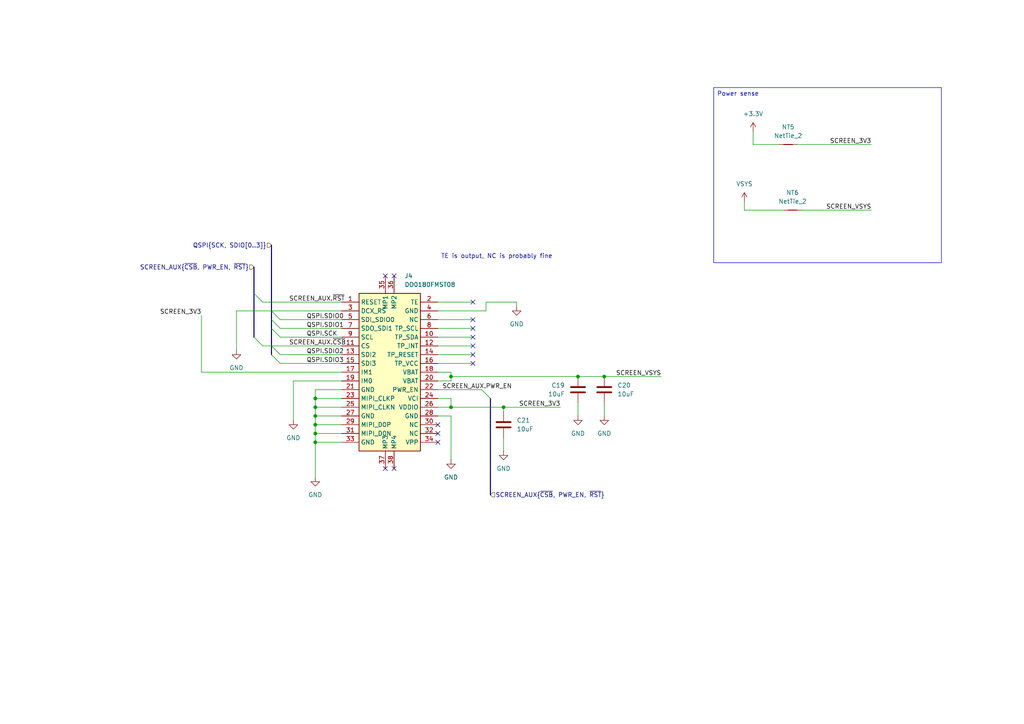
<source format=kicad_sch>
(kicad_sch (version 20250114) (generator "eeschema") (generator_version "9.0")
  (paper "A4")
  (lib_symbols
    (symbol "Device:C" (pin_numbers (hide yes)) (pin_names (offset 0.254))
      (property "Reference" "C" (at 0.635 2.54 0))
      (property "Value" "C" (at 0.635 -2.54 0))
      (symbol "C_0_1"
        (polyline (pts (xy -2.032 0.762) (xy 2.032 0.762)) (stroke (width 0.508)))
        (polyline (pts (xy -2.032 -0.762) (xy 2.032 -0.762)) (stroke (width 0.508)))
      )
      (symbol "C_1_1"
        (pin passive line (at 0 3.81 270) (length 2.794) (name "~") (number "1"))
        (pin passive line (at 0 -3.81 90) (length 2.794) (name "~") (number "2"))
      )
    )
    (symbol "Device:NetTie_2" (pin_numbers (hide yes)) (pin_names (offset 0) (hide yes)) (in_bom no)
      (property "Reference" "NT" (at 0 1.27 0))
      (property "Value" "NetTie_2" (at 0 -1.27 0))
      (symbol "NetTie_2_0_1"
        (polyline (pts (xy -1.27 0) (xy 1.27 0)) (stroke (width 0.254)))
      )
      (symbol "NetTie_2_1_1"
        (pin passive line (at -2.54 0 0) (length 2.54) (name "1") (number "1"))
        (pin passive line (at 2.54 0 180) (length 2.54) (name "2") (number "2"))
      )
    )
    (symbol "SamacSys_Parts:DO0180FMST03"
      (property "Reference" "J" (at 52.07 12.7 0))
      (property "Value" "DO0180FMST08" (at 52.07 10.16 0))
      (symbol "DO0180FMST03_1_1"
        (rectangle (start 5.08 7.62) (end 50.8 -10.16) (stroke (width 0.254)) (fill (type background)))
        (pin passive line (at 0 0 0) (length 5.08) (name "MP4") (number "38"))
        (pin passive line (at 0 -2.54 0) (length 5.08) (name "MP3") (number "37"))
        (pin passive line (at 7.62 12.7 270) (length 5.08) (name "VPP") (number "34"))
        (pin passive line (at 7.62 -15.24 90) (length 5.08) (name "GND") (number "33"))
        (pin passive line (at 10.16 12.7 270) (length 5.08) (name "NC") (number "32"))
        (pin passive line (at 10.16 -15.24 90) (length 5.08) (name "MIPI_D0N") (number "31"))
        (pin passive line (at 12.7 12.7 270) (length 5.08) (name "NC") (number "30"))
        (pin passive line (at 12.7 -15.24 90) (length 5.08) (name "MIPI_D0P") (number "29"))
        (pin passive line (at 15.24 12.7 270) (length 5.08) (name "GND") (number "28"))
        (pin passive line (at 15.24 -15.24 90) (length 5.08) (name "GND") (number "27"))
        (pin passive line (at 17.78 12.7 270) (length 5.08) (name "VDDIO") (number "26"))
        (pin passive line (at 17.78 -15.24 90) (length 5.08) (name "MIPI_CLKN") (number "25"))
        (pin passive line (at 20.32 12.7 270) (length 5.08) (name "VCI") (number "24"))
        (pin passive line (at 20.32 -15.24 90) (length 5.08) (name "MIPI_CLKP") (number "23"))
        (pin passive line (at 22.86 12.7 270) (length 5.08) (name "PWR_EN") (number "22"))
        (pin passive line (at 22.86 -15.24 90) (length 5.08) (name "GND") (number "21"))
        (pin passive line (at 25.4 12.7 270) (length 5.08) (name "VBAT") (number "20"))
        (pin passive line (at 25.4 -15.24 90) (length 5.08) (name "IM0") (number "19"))
        (pin passive line (at 27.94 12.7 270) (length 5.08) (name "VBAT") (number "18"))
        (pin passive line (at 27.94 -15.24 90) (length 5.08) (name "IM1") (number "17"))
        (pin passive line (at 30.48 12.7 270) (length 5.08) (name "TP_VCC") (number "16"))
        (pin passive line (at 30.48 -15.24 90) (length 5.08) (name "SDI3") (number "15"))
        (pin passive line (at 33.02 12.7 270) (length 5.08) (name "TP_RESET") (number "14"))
        (pin passive line (at 33.02 -15.24 90) (length 5.08) (name "SDI2") (number "13"))
        (pin passive line (at 35.56 12.7 270) (length 5.08) (name "TP_INT") (number "12"))
        (pin passive line (at 35.56 -15.24 90) (length 5.08) (name "CS") (number "11"))
        (pin passive line (at 38.1 12.7 270) (length 5.08) (name "TP_SDA") (number "10"))
        (pin passive line (at 38.1 -15.24 90) (length 5.08) (name "SCL") (number "9"))
        (pin passive line (at 40.64 12.7 270) (length 5.08) (name "TP_SCL") (number "8"))
        (pin passive line (at 40.64 -15.24 90) (length 5.08) (name "SDO_SDI1") (number "7"))
        (pin passive line (at 43.18 12.7 270) (length 5.08) (name "NC") (number "6"))
        (pin passive line (at 43.18 -15.24 90) (length 5.08) (name "SDI_SDIO0") (number "5"))
        (pin passive line (at 45.72 12.7 270) (length 5.08) (name "GND") (number "4"))
        (pin passive line (at 45.72 -15.24 90) (length 5.08) (name "DCX_RS") (number "3"))
        (pin passive line (at 48.26 12.7 270) (length 5.08) (name "TE") (number "2"))
        (pin passive line (at 48.26 -15.24 90) (length 5.08) (name "RESET") (number "1"))
        (pin passive line (at 55.88 0 180) (length 5.08) (name "MP2") (number "36"))
        (pin passive line (at 55.88 -2.54 180) (length 5.08) (name "MP1") (number "35"))
      )
    )
    (symbol "power:+3.3V" (power) (pin_numbers (hide yes)) (pin_names (offset 0) (hide yes))
      (property "Value" "+3.3V" (at 0 3.556 0))
      (symbol "+3.3V_0_1"
        (polyline (pts (xy -0.762 1.27) (xy 0 2.54)))
        (polyline (pts (xy 0 2.54) (xy 0.762 1.27)))
        (polyline (pts (xy 0 0) (xy 0 2.54)))
      )
      (symbol "+3.3V_1_1"
        (pin power_in line (at 0 0 90) (length 0) (name "~") (number "1"))
      )
    )
    (symbol "power:GND" (power) (pin_numbers (hide yes)) (pin_names (offset 0) (hide yes))
      (property "Value" "GND" (at 0 -3.81 0))
      (symbol "GND_0_1"
        (polyline (pts (xy 0 0) (xy 0 -1.27) (xy 1.27 -1.27) (xy 0 -2.54) (xy -1.27 -1.27) (xy 0 -1.27)))
      )
      (symbol "GND_1_1"
        (pin power_in line (at 0 0 270) (length 0) (name "~") (number "1"))
      )
    )
    (symbol "power:VBUS" (power) (pin_numbers (hide yes)) (pin_names (offset 0) (hide yes))
      (property "Value" "VBUS" (at 0 3.556 0))
      (symbol "VBUS_0_1"
        (polyline (pts (xy -0.762 1.27) (xy 0 2.54)))
        (polyline (pts (xy 0 2.54) (xy 0.762 1.27)))
        (polyline (pts (xy 0 0) (xy 0 2.54)))
      )
      (symbol "VBUS_1_1"
        (pin power_in line (at 0 0 90) (length 0) (name "~") (number "1"))
      )
    )
  )
  (text "TE is output, NC is probably fine" (at 160.274 74.422 0) (effects (font (size 1.27 1.27)) (justify right)))
  (text_box "Power sense" (at 207.01 25.4 0) (size 66.04 50.8) (margins 0.9525 0.9525 0.9525 0.9525) (effects (font (size 1.27 1.27)) (justify left top)))
  (junction (at 91.44 125.73))
  (junction (at 91.44 123.19))
  (junction (at 91.44 115.57))
  (junction (at 146.05 118.11))
  (junction (at 91.44 118.11))
  (junction (at 167.64 109.22))
  (junction (at 91.44 128.27))
  (junction (at 130.81 109.22))
  (junction (at 130.81 118.11))
  (junction (at 175.26 109.22))
  (junction (at 91.44 120.65))
  (no_connect (at 111.76 80.01))
  (no_connect (at 114.3 80.01))
  (no_connect (at 137.16 97.79))
  (no_connect (at 137.16 100.33))
  (no_connect (at 137.16 105.41))
  (no_connect (at 137.16 92.71))
  (no_connect (at 111.76 135.89))
  (no_connect (at 127 123.19))
  (no_connect (at 137.16 87.63))
  (no_connect (at 137.16 95.25))
  (no_connect (at 127 128.27))
  (no_connect (at 127 125.73))
  (no_connect (at 114.3 135.89))
  (no_connect (at 137.16 102.87))
  (bus_entry (at 78.74 102.87) (size 2.54 2.54))
  (bus_entry (at 139.7 113.03) (size 2.54 2.54))
  (bus_entry (at 78.74 90.17) (size 2.54 2.54))
  (bus_entry (at 78.74 95.25) (size 2.54 2.54))
  (bus_entry (at 73.66 97.79) (size 2.54 2.54))
  (bus_entry (at 73.66 85.09) (size 2.54 2.54))
  (bus_entry (at 78.74 100.33) (size 2.54 2.54))
  (bus_entry (at 78.74 92.71) (size 2.54 2.54))
  (bus (pts (xy 73.66 85.09) (xy 73.66 97.79)))
  (wire (pts (xy 167.64 116.84) (xy 167.64 120.65)))
  (wire (pts (xy 91.44 123.19) (xy 91.44 120.65)))
  (wire (pts (xy 130.81 107.95) (xy 130.81 109.22)))
  (wire (pts (xy 91.44 128.27) (xy 99.06 128.27)))
  (wire (pts (xy 127 87.63) (xy 137.16 87.63)))
  (wire (pts (xy 232.41 60.96) (xy 252.73 60.96)))
  (wire (pts (xy 91.44 125.73) (xy 91.44 123.19)))
  (wire (pts (xy 99.06 110.49) (xy 85.09 110.49)))
  (wire (pts (xy 127 120.65) (xy 130.81 120.65)))
  (wire (pts (xy 218.44 38.1) (xy 218.44 41.91)))
  (wire (pts (xy 127 100.33) (xy 137.16 100.33)))
  (wire (pts (xy 167.64 109.22) (xy 175.26 109.22)))
  (bus (pts (xy 78.74 90.17) (xy 78.74 92.71)))
  (wire (pts (xy 127 118.11) (xy 130.81 118.11)))
  (wire (pts (xy 78.74 100.33) (xy 99.06 100.33)))
  (wire (pts (xy 99.06 107.95) (xy 58.42 107.95)))
  (wire (pts (xy 91.44 115.57) (xy 99.06 115.57)))
  (wire (pts (xy 91.44 123.19) (xy 99.06 123.19)))
  (wire (pts (xy 85.09 110.49) (xy 85.09 121.92)))
  (wire (pts (xy 76.2 87.63) (xy 99.06 87.63)))
  (wire (pts (xy 81.28 102.87) (xy 99.06 102.87)))
  (bus (pts (xy 78.74 100.33) (xy 78.74 102.87)))
  (wire (pts (xy 130.81 120.65) (xy 130.81 133.35)))
  (wire (pts (xy 140.97 90.17) (xy 140.97 87.63)))
  (wire (pts (xy 91.44 125.73) (xy 99.06 125.73)))
  (bus (pts (xy 78.74 95.25) (xy 78.74 100.33)))
  (wire (pts (xy 68.58 90.17) (xy 68.58 101.6)))
  (bus (pts (xy 73.66 77.47) (xy 73.66 85.09)))
  (wire (pts (xy 127 113.03) (xy 139.7 113.03)))
  (wire (pts (xy 175.26 116.84) (xy 175.26 120.65)))
  (wire (pts (xy 137.16 92.71) (xy 127 92.71)))
  (wire (pts (xy 127 105.41) (xy 137.16 105.41)))
  (wire (pts (xy 146.05 118.11) (xy 146.05 119.38)))
  (wire (pts (xy 215.9 58.42) (xy 215.9 60.96)))
  (wire (pts (xy 58.42 91.44) (xy 58.42 107.95)))
  (wire (pts (xy 91.44 128.27) (xy 91.44 125.73)))
  (wire (pts (xy 76.2 100.33) (xy 78.74 100.33)))
  (wire (pts (xy 149.86 87.63) (xy 149.86 88.9)))
  (wire (pts (xy 215.9 60.96) (xy 227.33 60.96)))
  (bus (pts (xy 142.24 115.57) (xy 142.24 143.51)))
  (wire (pts (xy 91.44 113.03) (xy 99.06 113.03)))
  (wire (pts (xy 127 107.95) (xy 130.81 107.95)))
  (wire (pts (xy 91.44 138.43) (xy 91.44 128.27)))
  (wire (pts (xy 91.44 118.11) (xy 99.06 118.11)))
  (wire (pts (xy 78.74 90.17) (xy 99.06 90.17)))
  (wire (pts (xy 81.28 92.71) (xy 99.06 92.71)))
  (wire (pts (xy 175.26 109.22) (xy 191.77 109.22)))
  (wire (pts (xy 231.14 41.91) (xy 252.73 41.91)))
  (wire (pts (xy 81.28 105.41) (xy 99.06 105.41)))
  (wire (pts (xy 91.44 115.57) (xy 91.44 113.03)))
  (wire (pts (xy 127 90.17) (xy 140.97 90.17)))
  (wire (pts (xy 127 110.49) (xy 130.81 110.49)))
  (wire (pts (xy 81.28 95.25) (xy 99.06 95.25)))
  (wire (pts (xy 218.44 41.91) (xy 226.06 41.91)))
  (wire (pts (xy 91.44 120.65) (xy 99.06 120.65)))
  (wire (pts (xy 127 95.25) (xy 137.16 95.25)))
  (wire (pts (xy 91.44 118.11) (xy 91.44 115.57)))
  (wire (pts (xy 130.81 109.22) (xy 130.81 110.49)))
  (wire (pts (xy 81.28 97.79) (xy 99.06 97.79)))
  (bus (pts (xy 78.74 92.71) (xy 78.74 95.25)))
  (wire (pts (xy 127 97.79) (xy 137.16 97.79)))
  (wire (pts (xy 130.81 118.11) (xy 146.05 118.11)))
  (wire (pts (xy 127 102.87) (xy 137.16 102.87)))
  (wire (pts (xy 162.56 118.11) (xy 146.05 118.11)))
  (bus (pts (xy 78.74 71.12) (xy 78.74 90.17)))
  (wire (pts (xy 130.81 109.22) (xy 167.64 109.22)))
  (wire (pts (xy 68.58 90.17) (xy 78.74 90.17)))
  (wire (pts (xy 127 115.57) (xy 130.81 115.57)))
  (wire (pts (xy 91.44 120.65) (xy 91.44 118.11)))
  (wire (pts (xy 140.97 87.63) (xy 149.86 87.63)))
  (wire (pts (xy 130.81 115.57) (xy 130.81 118.11)))
  (wire (pts (xy 146.05 127) (xy 146.05 130.81)))
  (label "SCREEN_VSYS" (at 252.73 60.96 180))
  (label "QSPI.SDIO1" (at 88.9 95.25 0))
  (label "SCREEN_3V3" (at 58.42 91.44 180))
  (label "SCREEN_AUX.~{RST}" (at 83.82 87.63 0))
  (label "QSPI.SDIO2" (at 88.9 102.87 0))
  (label "SCREEN_3V3" (at 162.56 118.11 180))
  (label "QSPI.SDIO3" (at 88.9 105.41 0))
  (label "QSPI.SCK" (at 88.9 97.79 0))
  (label "SCREEN_AUX.PWR_EN" (at 128.27 113.03 0))
  (label "SCREEN_AUX.~{CSB}" (at 83.82 100.33 0))
  (label "SCREEN_3V3" (at 252.73 41.91 180))
  (label "SCREEN_VSYS" (at 191.77 109.22 180))
  (label "QSPI.SDIO0" (at 88.9 92.71 0))
  (hierarchical_label "SCREEN_AUX{~{CSB}, PWR_EN, ~{RST}}" (shape input) (at 142.24 143.51 0))
  (hierarchical_label "SCREEN_AUX{~{CSB}, PWR_EN, ~{RST}}" (shape input) (at 73.66 77.47 180))
  (hierarchical_label "QSPI{SCK, SDIO[0..3]}" (shape input) (at 78.74 71.12 180))
  (symbol (lib_id "power:GND") (at 175.26 120.65 0) (unit 1)
    (property "Reference" "#PWR055" (effects (hide yes)))
    (property "Value" "GND" (at 175.26 125.73 0))
    (property "Description" "Power symbol creates a global label with name \"GND\" , ground" (effects (hide yes)))
  )
  (symbol (lib_id "power:+3.3V") (at 218.44 38.1 0) (unit 1)
    (property "Reference" "#PWR049" (effects (hide yes)))
    (property "Value" "+3.3V" (at 218.44 33.02 0))
    (property "Description" "Power symbol creates a global label with name \"+3.3V\"" (effects (hide yes)))
  )
  (symbol (lib_id "power:VBUS") (at 215.9 58.42 0) (unit 1)
    (property "Reference" "#PWR056" (effects (hide yes)))
    (property "Value" "VSYS" (at 215.9 53.34 0))
    (property "Description" "Power symbol creates a global label with name \"VBUS\"" (effects (hide yes)))
  )
  (symbol (lib_id "Device:NetTie_2") (at 229.87 60.96 0) (unit 1) (in_bom no)
    (property "Reference" "NT6" (at 229.87 55.88 0))
    (property "Value" "NetTie_2" (at 229.87 58.42 0))
    (property "Description" "Net tie, 2 pins" (effects (hide yes)))
  )
  (symbol (lib_id "Device:C") (at 167.64 113.03 0) (mirror x) (unit 1)
    (property "Reference" "C19" (at 163.83 111.7599 0) (effects (justify right)))
    (property "Value" "10uF" (at 163.83 114.2999 0) (effects (justify right)))
    (property "Footprint" "Capacitor_SMD:C_0603_1608Metric" (effects (hide yes)))
    (property "Description" "Unpolarized capacitor" (effects (hide yes)))
  )
  (symbol (lib_id "power:GND") (at 91.44 138.43 0) (unit 1)
    (property "Reference" "#PWR047" (effects (hide yes)))
    (property "Value" "GND" (at 91.44 143.51 0))
    (property "Description" "Power symbol creates a global label with name \"GND\" , ground" (effects (hide yes)))
  )
  (symbol (lib_id "power:GND") (at 146.05 130.81 0) (unit 1)
    (property "Reference" "#PWR053" (effects (hide yes)))
    (property "Value" "GND" (at 146.05 135.89 0))
    (property "Description" "Power symbol creates a global label with name \"GND\" , ground" (effects (hide yes)))
  )
  (symbol (lib_id "power:GND") (at 130.81 133.35 0) (unit 1)
    (property "Reference" "#PWR050" (effects (hide yes)))
    (property "Value" "GND" (at 130.81 138.43 0))
    (property "Description" "Power symbol creates a global label with name \"GND\" , ground" (effects (hide yes)))
  )
  (symbol (lib_id "power:GND") (at 68.58 101.6 0) (unit 1)
    (property "Reference" "#PWR051" (effects (hide yes)))
    (property "Value" "GND" (at 68.58 106.68 0))
    (property "Description" "Power symbol creates a global label with name \"GND\" , ground" (effects (hide yes)))
  )
  (symbol (lib_id "Device:C") (at 146.05 123.19 0) (mirror y) (unit 1)
    (property "Reference" "C21" (at 149.86 121.9199 0) (effects (justify right)))
    (property "Value" "10uF" (at 149.86 124.4599 0) (effects (justify right)))
    (property "Footprint" "Capacitor_SMD:C_0603_1608Metric" (effects (hide yes)))
    (property "Description" "Unpolarized capacitor" (effects (hide yes)))
  )
  (symbol (lib_id "Device:C") (at 175.26 113.03 0) (mirror y) (unit 1)
    (property "Reference" "C20" (at 179.07 111.7599 0) (effects (justify right)))
    (property "Value" "10uF" (at 179.07 114.2999 0) (effects (justify right)))
    (property "Footprint" "Capacitor_SMD:C_0603_1608Metric" (effects (hide yes)))
    (property "Description" "Unpolarized capacitor" (effects (hide yes)))
  )
  (symbol (lib_id "power:GND") (at 85.09 121.92 0) (unit 1)
    (property "Reference" "#PWR048" (effects (hide yes)))
    (property "Value" "GND" (at 85.09 127 0))
    (property "Description" "Power symbol creates a global label with name \"GND\" , ground" (effects (hide yes)))
  )
  (symbol (lib_id "Device:NetTie_2") (at 228.6 41.91 0) (unit 1) (in_bom no)
    (property "Reference" "NT5" (at 228.6 36.83 0))
    (property "Value" "NetTie_2" (at 228.6 39.37 0))
    (property "Description" "Net tie, 2 pins" (effects (hide yes)))
  )
  (symbol (lib_id "power:GND") (at 167.64 120.65 0) (unit 1)
    (property "Reference" "#PWR054" (effects (hide yes)))
    (property "Value" "GND" (at 167.64 125.73 0))
    (property "Description" "Power symbol creates a global label with name \"GND\" , ground" (effects (hide yes)))
  )
  (symbol (lib_id "SamacSys_Parts:DO0180FMST03") (at 114.3 135.89 270) (mirror x) (unit 1)
    (property "Reference" "J4" (at 117.3165 80.01 90) (effects (justify left)))
    (property "Value" "DO0180FMST08" (at 117.3165 82.55 90) (effects (justify left)))
    (property "Footprint" "SamacSys_Parts:AXE534127" (effects (hide yes)))
    (property "Datasheet" "https://mediap.industry.panasonic.eu/assets/imported/industrial.panasonic.com/ac/cdn/e/control/connector/base-fpc/catalog/con_eng_a4s.pdf" (effects (hide yes)))
    (property "Description" "Panasonic A4S Series Surface Mount PCB Socket, 34-Contact, 2-Row, 0.4mm Pitch, Solder Termination" (effects (hide yes)))
    (property "Height" "0.97" (effects (hide yes)))
    (property "Mouser Part Number" "679-AXE534127" (effects (hide yes)))
    (property "Mouser Price/Stock" "https://www.mouser.co.uk/ProductDetail/Panasonic-Industrial-Devices/AXE534127?qs=HSwFsqQPTVMM2kfMwZjTLA%3D%3D" (effects (hide yes)))
    (property "Manufacturer_Name" "Panasonic" (effects (hide yes)))
    (property "Manufacturer_Part_Number" "AXE534127" (effects (hide yes)))
  )
  (symbol (lib_id "power:GND") (at 149.86 88.9 0) (unit 1)
    (property "Reference" "#PWR052" (effects (hide yes)))
    (property "Value" "GND" (at 149.86 93.98 0))
    (property "Description" "Power symbol creates a global label with name \"GND\" , ground" (effects (hide yes)))
  )
)
</source>
